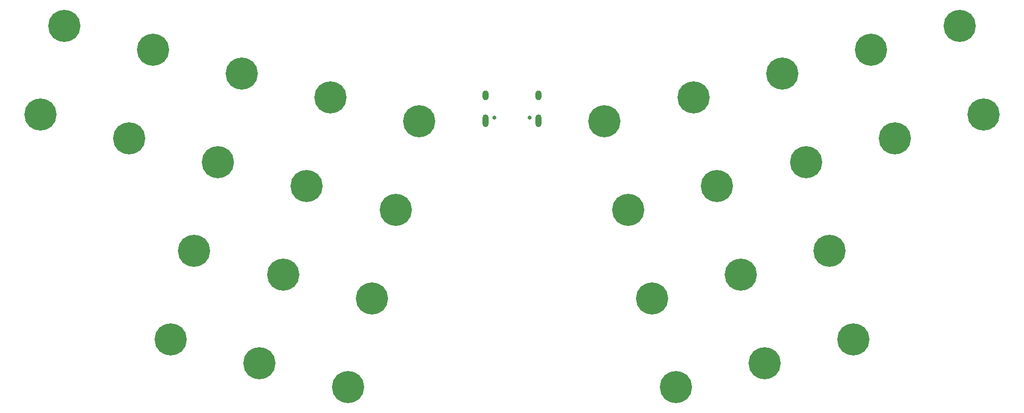
<source format=gbr>
%TF.GenerationSoftware,KiCad,Pcbnew,7.0.8*%
%TF.CreationDate,2024-02-21T20:33:01-06:00*%
%TF.ProjectId,rattlemebones32,72617474-6c65-46d6-9562-6f6e65733332,rev?*%
%TF.SameCoordinates,Original*%
%TF.FileFunction,Soldermask,Top*%
%TF.FilePolarity,Negative*%
%FSLAX46Y46*%
G04 Gerber Fmt 4.6, Leading zero omitted, Abs format (unit mm)*
G04 Created by KiCad (PCBNEW 7.0.8) date 2024-02-21 20:33:01*
%MOMM*%
%LPD*%
G01*
G04 APERTURE LIST*
%ADD10C,5.250000*%
%ADD11O,1.000000X1.600000*%
%ADD12O,1.000000X2.100000*%
%ADD13C,0.650000*%
G04 APERTURE END LIST*
D10*
%TO.C,SW2*%
X198371796Y-57697081D03*
%TD*%
%TO.C,SW23*%
X87927362Y-98321712D03*
%TD*%
%TO.C,SW24*%
X162669706Y-98321713D03*
%TD*%
%TO.C,SW17*%
X91809646Y-83832825D03*
%TD*%
%TO.C,SW14*%
X187765194Y-76068253D03*
%TD*%
%TO.C,SW18*%
X158787420Y-83832825D03*
%TD*%
%TO.C,SW30*%
X166551994Y-112810596D03*
%TD*%
%TO.C,SW31*%
X98533963Y-116692883D03*
%TD*%
%TO.C,SW4*%
X183882913Y-61579366D03*
%TD*%
%TO.C,SW9*%
X48342984Y-72185968D03*
%TD*%
%TO.C,SW8*%
X154905137Y-69343934D03*
%TD*%
%TO.C,SW3*%
X66714154Y-61579366D03*
%TD*%
%TO.C,SW20*%
X144298531Y-87715110D03*
%TD*%
%TO.C,SW10*%
X202254082Y-72185964D03*
%TD*%
%TO.C,SW13*%
X62831868Y-76068249D03*
%TD*%
%TO.C,SW1*%
X52225268Y-57697080D03*
%TD*%
%TO.C,SW32*%
X152063105Y-116692886D03*
%TD*%
%TO.C,SW21*%
X73438470Y-94439426D03*
%TD*%
%TO.C,SW22*%
X177158596Y-94439426D03*
%TD*%
%TO.C,SW16*%
X173276308Y-79950539D03*
%TD*%
%TO.C,SW12*%
X140416248Y-73226224D03*
%TD*%
%TO.C,SW27*%
X69556188Y-108928313D03*
%TD*%
%TO.C,SW7*%
X95691931Y-69343936D03*
%TD*%
%TO.C,SW11*%
X110180819Y-73226222D03*
%TD*%
%TO.C,SW19*%
X106298533Y-87715110D03*
%TD*%
%TO.C,SW6*%
X169394022Y-65461650D03*
%TD*%
%TO.C,SW25*%
X102416245Y-102203997D03*
%TD*%
%TO.C,SW26*%
X148180820Y-102203997D03*
%TD*%
%TO.C,SW28*%
X181040881Y-108928313D03*
%TD*%
%TO.C,SW29*%
X84045074Y-112810597D03*
%TD*%
%TO.C,SW15*%
X77320758Y-79950538D03*
%TD*%
%TO.C,SW5*%
X81203045Y-65461651D03*
%TD*%
D11*
%TO.C,J1*%
X129618657Y-68997826D03*
D12*
X129618657Y-73177826D03*
X120978657Y-73177826D03*
D11*
X120978657Y-68997826D03*
D13*
X122408657Y-72647826D03*
X128188657Y-72647826D03*
%TD*%
M02*

</source>
